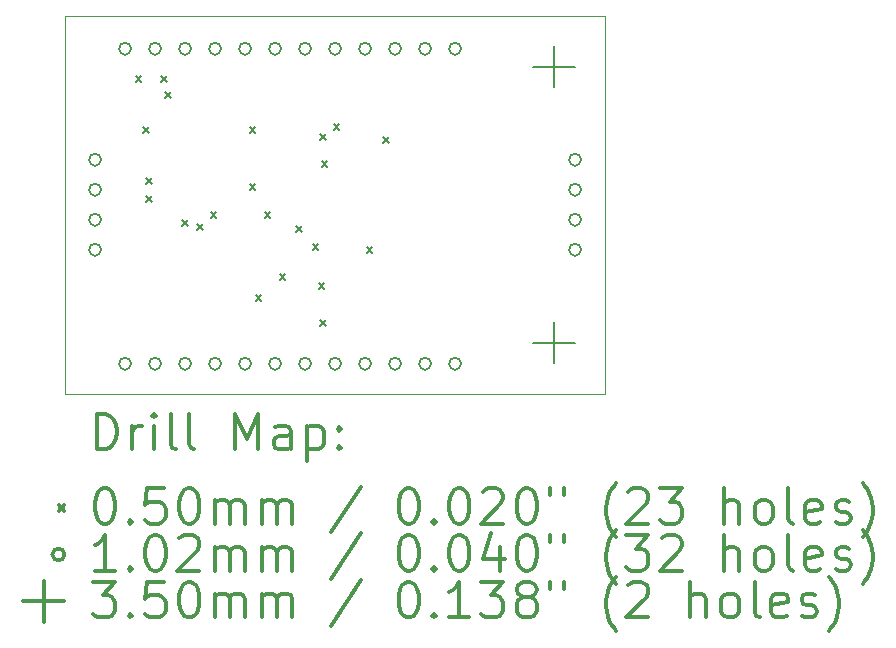
<source format=gbr>
%FSLAX45Y45*%
G04 Gerber Fmt 4.5, Leading zero omitted, Abs format (unit mm)*
G04 Created by KiCad (PCBNEW (2015-01-16 BZR 5376)-product) date 25/06/2015 00:14:32*
%MOMM*%
G01*
G04 APERTURE LIST*
%ADD10C,0.127000*%
%ADD11C,0.099060*%
%ADD12C,0.200000*%
%ADD13C,0.300000*%
G04 APERTURE END LIST*
D10*
D11*
X12954000Y-7493000D02*
X8382000Y-7493000D01*
X9093200Y-4292600D02*
X12954000Y-4292600D01*
X8382000Y-4292600D02*
X9093200Y-4292600D01*
X8382000Y-4292600D02*
X8382000Y-7493000D01*
X12954000Y-7493000D02*
X12954000Y-4292600D01*
D12*
X8979281Y-4800981D02*
X9029319Y-4851019D01*
X9029319Y-4800981D02*
X8979281Y-4851019D01*
X9042781Y-5232781D02*
X9092819Y-5282819D01*
X9092819Y-5232781D02*
X9042781Y-5282819D01*
X9068181Y-5664581D02*
X9118219Y-5714619D01*
X9118219Y-5664581D02*
X9068181Y-5714619D01*
X9068181Y-5816981D02*
X9118219Y-5867019D01*
X9118219Y-5816981D02*
X9068181Y-5867019D01*
X9195181Y-4800981D02*
X9245219Y-4851019D01*
X9245219Y-4800981D02*
X9195181Y-4851019D01*
X9232081Y-4941881D02*
X9282119Y-4991919D01*
X9282119Y-4941881D02*
X9232081Y-4991919D01*
X9372981Y-6020181D02*
X9423019Y-6070219D01*
X9423019Y-6020181D02*
X9372981Y-6070219D01*
X9499981Y-6058281D02*
X9550019Y-6108319D01*
X9550019Y-6058281D02*
X9499981Y-6108319D01*
X9614281Y-5956681D02*
X9664319Y-6006719D01*
X9664319Y-5956681D02*
X9614281Y-6006719D01*
X9944481Y-5232781D02*
X9994519Y-5282819D01*
X9994519Y-5232781D02*
X9944481Y-5282819D01*
X9944481Y-5715381D02*
X9994519Y-5765419D01*
X9994519Y-5715381D02*
X9944481Y-5765419D01*
X9995281Y-6655181D02*
X10045319Y-6705219D01*
X10045319Y-6655181D02*
X9995281Y-6705219D01*
X10071481Y-5956681D02*
X10121519Y-6006719D01*
X10121519Y-5956681D02*
X10071481Y-6006719D01*
X10198481Y-6477381D02*
X10248519Y-6527419D01*
X10248519Y-6477381D02*
X10198481Y-6527419D01*
X10338181Y-6070981D02*
X10388219Y-6121019D01*
X10388219Y-6070981D02*
X10338181Y-6121019D01*
X10477881Y-6223381D02*
X10527919Y-6273419D01*
X10527919Y-6223381D02*
X10477881Y-6273419D01*
X10528681Y-6553581D02*
X10578719Y-6603619D01*
X10578719Y-6553581D02*
X10528681Y-6603619D01*
X10541381Y-5296281D02*
X10591419Y-5346319D01*
X10591419Y-5296281D02*
X10541381Y-5346319D01*
X10541381Y-6871081D02*
X10591419Y-6921119D01*
X10591419Y-6871081D02*
X10541381Y-6921119D01*
X10554081Y-5524881D02*
X10604119Y-5574919D01*
X10604119Y-5524881D02*
X10554081Y-5574919D01*
X10655681Y-5207381D02*
X10705719Y-5257419D01*
X10705719Y-5207381D02*
X10655681Y-5257419D01*
X10935081Y-6248781D02*
X10985119Y-6298819D01*
X10985119Y-6248781D02*
X10935081Y-6298819D01*
X11074781Y-5321681D02*
X11124819Y-5371719D01*
X11124819Y-5321681D02*
X11074781Y-5371719D01*
X8686800Y-5511800D02*
G75*
G03X8686800Y-5511800I-50800J0D01*
G01*
X8686800Y-5765800D02*
G75*
G03X8686800Y-5765800I-50800J0D01*
G01*
X8686800Y-6019800D02*
G75*
G03X8686800Y-6019800I-50800J0D01*
G01*
X8686800Y-6273800D02*
G75*
G03X8686800Y-6273800I-50800J0D01*
G01*
X8940800Y-4572000D02*
G75*
G03X8940800Y-4572000I-50800J0D01*
G01*
X8940800Y-7239000D02*
G75*
G03X8940800Y-7239000I-50800J0D01*
G01*
X9194800Y-4572000D02*
G75*
G03X9194800Y-4572000I-50800J0D01*
G01*
X9194800Y-7239000D02*
G75*
G03X9194800Y-7239000I-50800J0D01*
G01*
X9448800Y-4572000D02*
G75*
G03X9448800Y-4572000I-50800J0D01*
G01*
X9448800Y-7239000D02*
G75*
G03X9448800Y-7239000I-50800J0D01*
G01*
X9702800Y-4572000D02*
G75*
G03X9702800Y-4572000I-50800J0D01*
G01*
X9702800Y-7239000D02*
G75*
G03X9702800Y-7239000I-50800J0D01*
G01*
X9956800Y-4572000D02*
G75*
G03X9956800Y-4572000I-50800J0D01*
G01*
X9956800Y-7239000D02*
G75*
G03X9956800Y-7239000I-50800J0D01*
G01*
X10210800Y-4572000D02*
G75*
G03X10210800Y-4572000I-50800J0D01*
G01*
X10210800Y-7239000D02*
G75*
G03X10210800Y-7239000I-50800J0D01*
G01*
X10464800Y-4572000D02*
G75*
G03X10464800Y-4572000I-50800J0D01*
G01*
X10464800Y-7239000D02*
G75*
G03X10464800Y-7239000I-50800J0D01*
G01*
X10718800Y-4572000D02*
G75*
G03X10718800Y-4572000I-50800J0D01*
G01*
X10718800Y-7239000D02*
G75*
G03X10718800Y-7239000I-50800J0D01*
G01*
X10972800Y-4572000D02*
G75*
G03X10972800Y-4572000I-50800J0D01*
G01*
X10972800Y-7239000D02*
G75*
G03X10972800Y-7239000I-50800J0D01*
G01*
X11226800Y-4572000D02*
G75*
G03X11226800Y-4572000I-50800J0D01*
G01*
X11226800Y-7239000D02*
G75*
G03X11226800Y-7239000I-50800J0D01*
G01*
X11480800Y-4572000D02*
G75*
G03X11480800Y-4572000I-50800J0D01*
G01*
X11480800Y-7239000D02*
G75*
G03X11480800Y-7239000I-50800J0D01*
G01*
X11734800Y-4572000D02*
G75*
G03X11734800Y-4572000I-50800J0D01*
G01*
X11734800Y-7239000D02*
G75*
G03X11734800Y-7239000I-50800J0D01*
G01*
X12750800Y-5511800D02*
G75*
G03X12750800Y-5511800I-50800J0D01*
G01*
X12750800Y-5765800D02*
G75*
G03X12750800Y-5765800I-50800J0D01*
G01*
X12750800Y-6019800D02*
G75*
G03X12750800Y-6019800I-50800J0D01*
G01*
X12750800Y-6273800D02*
G75*
G03X12750800Y-6273800I-50800J0D01*
G01*
X12522200Y-4549400D02*
X12522200Y-4899400D01*
X12347200Y-4724400D02*
X12697200Y-4724400D01*
X12522200Y-6886200D02*
X12522200Y-7236200D01*
X12347200Y-7061200D02*
X12697200Y-7061200D01*
D13*
X8648476Y-7963667D02*
X8648476Y-7663667D01*
X8719904Y-7663667D01*
X8762761Y-7677953D01*
X8791333Y-7706524D01*
X8805618Y-7735096D01*
X8819904Y-7792239D01*
X8819904Y-7835096D01*
X8805618Y-7892239D01*
X8791333Y-7920810D01*
X8762761Y-7949382D01*
X8719904Y-7963667D01*
X8648476Y-7963667D01*
X8948476Y-7963667D02*
X8948476Y-7763667D01*
X8948476Y-7820810D02*
X8962761Y-7792239D01*
X8977047Y-7777953D01*
X9005618Y-7763667D01*
X9034190Y-7763667D01*
X9134190Y-7963667D02*
X9134190Y-7763667D01*
X9134190Y-7663667D02*
X9119904Y-7677953D01*
X9134190Y-7692239D01*
X9148476Y-7677953D01*
X9134190Y-7663667D01*
X9134190Y-7692239D01*
X9319904Y-7963667D02*
X9291333Y-7949382D01*
X9277047Y-7920810D01*
X9277047Y-7663667D01*
X9477047Y-7963667D02*
X9448476Y-7949382D01*
X9434190Y-7920810D01*
X9434190Y-7663667D01*
X9819904Y-7963667D02*
X9819904Y-7663667D01*
X9919904Y-7877953D01*
X10019904Y-7663667D01*
X10019904Y-7963667D01*
X10291333Y-7963667D02*
X10291333Y-7806524D01*
X10277047Y-7777953D01*
X10248476Y-7763667D01*
X10191333Y-7763667D01*
X10162761Y-7777953D01*
X10291333Y-7949382D02*
X10262761Y-7963667D01*
X10191333Y-7963667D01*
X10162761Y-7949382D01*
X10148476Y-7920810D01*
X10148476Y-7892239D01*
X10162761Y-7863667D01*
X10191333Y-7849382D01*
X10262761Y-7849382D01*
X10291333Y-7835096D01*
X10434190Y-7763667D02*
X10434190Y-8063667D01*
X10434190Y-7777953D02*
X10462761Y-7763667D01*
X10519904Y-7763667D01*
X10548476Y-7777953D01*
X10562761Y-7792239D01*
X10577047Y-7820810D01*
X10577047Y-7906524D01*
X10562761Y-7935096D01*
X10548476Y-7949382D01*
X10519904Y-7963667D01*
X10462761Y-7963667D01*
X10434190Y-7949382D01*
X10705618Y-7935096D02*
X10719904Y-7949382D01*
X10705618Y-7963667D01*
X10691333Y-7949382D01*
X10705618Y-7935096D01*
X10705618Y-7963667D01*
X10705618Y-7777953D02*
X10719904Y-7792239D01*
X10705618Y-7806524D01*
X10691333Y-7792239D01*
X10705618Y-7777953D01*
X10705618Y-7806524D01*
X8327009Y-8432934D02*
X8377047Y-8482972D01*
X8377047Y-8432934D02*
X8327009Y-8482972D01*
X8705618Y-8293667D02*
X8734190Y-8293667D01*
X8762761Y-8307953D01*
X8777047Y-8322239D01*
X8791333Y-8350810D01*
X8805618Y-8407953D01*
X8805618Y-8479382D01*
X8791333Y-8536525D01*
X8777047Y-8565096D01*
X8762761Y-8579382D01*
X8734190Y-8593667D01*
X8705618Y-8593667D01*
X8677047Y-8579382D01*
X8662761Y-8565096D01*
X8648476Y-8536525D01*
X8634190Y-8479382D01*
X8634190Y-8407953D01*
X8648476Y-8350810D01*
X8662761Y-8322239D01*
X8677047Y-8307953D01*
X8705618Y-8293667D01*
X8934190Y-8565096D02*
X8948476Y-8579382D01*
X8934190Y-8593667D01*
X8919904Y-8579382D01*
X8934190Y-8565096D01*
X8934190Y-8593667D01*
X9219904Y-8293667D02*
X9077047Y-8293667D01*
X9062761Y-8436525D01*
X9077047Y-8422239D01*
X9105618Y-8407953D01*
X9177047Y-8407953D01*
X9205618Y-8422239D01*
X9219904Y-8436525D01*
X9234190Y-8465096D01*
X9234190Y-8536525D01*
X9219904Y-8565096D01*
X9205618Y-8579382D01*
X9177047Y-8593667D01*
X9105618Y-8593667D01*
X9077047Y-8579382D01*
X9062761Y-8565096D01*
X9419904Y-8293667D02*
X9448476Y-8293667D01*
X9477047Y-8307953D01*
X9491333Y-8322239D01*
X9505618Y-8350810D01*
X9519904Y-8407953D01*
X9519904Y-8479382D01*
X9505618Y-8536525D01*
X9491333Y-8565096D01*
X9477047Y-8579382D01*
X9448476Y-8593667D01*
X9419904Y-8593667D01*
X9391333Y-8579382D01*
X9377047Y-8565096D01*
X9362761Y-8536525D01*
X9348476Y-8479382D01*
X9348476Y-8407953D01*
X9362761Y-8350810D01*
X9377047Y-8322239D01*
X9391333Y-8307953D01*
X9419904Y-8293667D01*
X9648476Y-8593667D02*
X9648476Y-8393667D01*
X9648476Y-8422239D02*
X9662761Y-8407953D01*
X9691333Y-8393667D01*
X9734190Y-8393667D01*
X9762761Y-8407953D01*
X9777047Y-8436525D01*
X9777047Y-8593667D01*
X9777047Y-8436525D02*
X9791333Y-8407953D01*
X9819904Y-8393667D01*
X9862761Y-8393667D01*
X9891333Y-8407953D01*
X9905618Y-8436525D01*
X9905618Y-8593667D01*
X10048476Y-8593667D02*
X10048476Y-8393667D01*
X10048476Y-8422239D02*
X10062761Y-8407953D01*
X10091333Y-8393667D01*
X10134190Y-8393667D01*
X10162761Y-8407953D01*
X10177047Y-8436525D01*
X10177047Y-8593667D01*
X10177047Y-8436525D02*
X10191333Y-8407953D01*
X10219904Y-8393667D01*
X10262761Y-8393667D01*
X10291333Y-8407953D01*
X10305618Y-8436525D01*
X10305618Y-8593667D01*
X10891333Y-8279382D02*
X10634190Y-8665096D01*
X11277047Y-8293667D02*
X11305618Y-8293667D01*
X11334190Y-8307953D01*
X11348475Y-8322239D01*
X11362761Y-8350810D01*
X11377047Y-8407953D01*
X11377047Y-8479382D01*
X11362761Y-8536525D01*
X11348475Y-8565096D01*
X11334190Y-8579382D01*
X11305618Y-8593667D01*
X11277047Y-8593667D01*
X11248475Y-8579382D01*
X11234190Y-8565096D01*
X11219904Y-8536525D01*
X11205618Y-8479382D01*
X11205618Y-8407953D01*
X11219904Y-8350810D01*
X11234190Y-8322239D01*
X11248475Y-8307953D01*
X11277047Y-8293667D01*
X11505618Y-8565096D02*
X11519904Y-8579382D01*
X11505618Y-8593667D01*
X11491333Y-8579382D01*
X11505618Y-8565096D01*
X11505618Y-8593667D01*
X11705618Y-8293667D02*
X11734190Y-8293667D01*
X11762761Y-8307953D01*
X11777047Y-8322239D01*
X11791332Y-8350810D01*
X11805618Y-8407953D01*
X11805618Y-8479382D01*
X11791332Y-8536525D01*
X11777047Y-8565096D01*
X11762761Y-8579382D01*
X11734190Y-8593667D01*
X11705618Y-8593667D01*
X11677047Y-8579382D01*
X11662761Y-8565096D01*
X11648475Y-8536525D01*
X11634190Y-8479382D01*
X11634190Y-8407953D01*
X11648475Y-8350810D01*
X11662761Y-8322239D01*
X11677047Y-8307953D01*
X11705618Y-8293667D01*
X11919904Y-8322239D02*
X11934190Y-8307953D01*
X11962761Y-8293667D01*
X12034190Y-8293667D01*
X12062761Y-8307953D01*
X12077047Y-8322239D01*
X12091332Y-8350810D01*
X12091332Y-8379382D01*
X12077047Y-8422239D01*
X11905618Y-8593667D01*
X12091332Y-8593667D01*
X12277047Y-8293667D02*
X12305618Y-8293667D01*
X12334190Y-8307953D01*
X12348475Y-8322239D01*
X12362761Y-8350810D01*
X12377047Y-8407953D01*
X12377047Y-8479382D01*
X12362761Y-8536525D01*
X12348475Y-8565096D01*
X12334190Y-8579382D01*
X12305618Y-8593667D01*
X12277047Y-8593667D01*
X12248475Y-8579382D01*
X12234190Y-8565096D01*
X12219904Y-8536525D01*
X12205618Y-8479382D01*
X12205618Y-8407953D01*
X12219904Y-8350810D01*
X12234190Y-8322239D01*
X12248475Y-8307953D01*
X12277047Y-8293667D01*
X12491333Y-8293667D02*
X12491333Y-8350810D01*
X12605618Y-8293667D02*
X12605618Y-8350810D01*
X13048475Y-8707953D02*
X13034190Y-8693667D01*
X13005618Y-8650810D01*
X12991332Y-8622239D01*
X12977047Y-8579382D01*
X12962761Y-8507953D01*
X12962761Y-8450810D01*
X12977047Y-8379382D01*
X12991332Y-8336524D01*
X13005618Y-8307953D01*
X13034190Y-8265096D01*
X13048475Y-8250810D01*
X13148475Y-8322239D02*
X13162761Y-8307953D01*
X13191332Y-8293667D01*
X13262761Y-8293667D01*
X13291332Y-8307953D01*
X13305618Y-8322239D01*
X13319904Y-8350810D01*
X13319904Y-8379382D01*
X13305618Y-8422239D01*
X13134190Y-8593667D01*
X13319904Y-8593667D01*
X13419904Y-8293667D02*
X13605618Y-8293667D01*
X13505618Y-8407953D01*
X13548475Y-8407953D01*
X13577047Y-8422239D01*
X13591332Y-8436525D01*
X13605618Y-8465096D01*
X13605618Y-8536525D01*
X13591332Y-8565096D01*
X13577047Y-8579382D01*
X13548475Y-8593667D01*
X13462761Y-8593667D01*
X13434190Y-8579382D01*
X13419904Y-8565096D01*
X13962761Y-8593667D02*
X13962761Y-8293667D01*
X14091332Y-8593667D02*
X14091332Y-8436525D01*
X14077047Y-8407953D01*
X14048475Y-8393667D01*
X14005618Y-8393667D01*
X13977047Y-8407953D01*
X13962761Y-8422239D01*
X14277047Y-8593667D02*
X14248475Y-8579382D01*
X14234190Y-8565096D01*
X14219904Y-8536525D01*
X14219904Y-8450810D01*
X14234190Y-8422239D01*
X14248475Y-8407953D01*
X14277047Y-8393667D01*
X14319904Y-8393667D01*
X14348475Y-8407953D01*
X14362761Y-8422239D01*
X14377047Y-8450810D01*
X14377047Y-8536525D01*
X14362761Y-8565096D01*
X14348475Y-8579382D01*
X14319904Y-8593667D01*
X14277047Y-8593667D01*
X14548475Y-8593667D02*
X14519904Y-8579382D01*
X14505618Y-8550810D01*
X14505618Y-8293667D01*
X14777047Y-8579382D02*
X14748475Y-8593667D01*
X14691333Y-8593667D01*
X14662761Y-8579382D01*
X14648475Y-8550810D01*
X14648475Y-8436525D01*
X14662761Y-8407953D01*
X14691333Y-8393667D01*
X14748475Y-8393667D01*
X14777047Y-8407953D01*
X14791333Y-8436525D01*
X14791333Y-8465096D01*
X14648475Y-8493667D01*
X14905618Y-8579382D02*
X14934190Y-8593667D01*
X14991333Y-8593667D01*
X15019904Y-8579382D01*
X15034190Y-8550810D01*
X15034190Y-8536525D01*
X15019904Y-8507953D01*
X14991333Y-8493667D01*
X14948475Y-8493667D01*
X14919904Y-8479382D01*
X14905618Y-8450810D01*
X14905618Y-8436525D01*
X14919904Y-8407953D01*
X14948475Y-8393667D01*
X14991333Y-8393667D01*
X15019904Y-8407953D01*
X15134190Y-8707953D02*
X15148475Y-8693667D01*
X15177047Y-8650810D01*
X15191333Y-8622239D01*
X15205618Y-8579382D01*
X15219904Y-8507953D01*
X15219904Y-8450810D01*
X15205618Y-8379382D01*
X15191333Y-8336524D01*
X15177047Y-8307953D01*
X15148475Y-8265096D01*
X15134190Y-8250810D01*
X8377047Y-8853953D02*
G75*
G03X8377047Y-8853953I-50800J0D01*
G01*
X8805618Y-8989667D02*
X8634190Y-8989667D01*
X8719904Y-8989667D02*
X8719904Y-8689667D01*
X8691333Y-8732525D01*
X8662761Y-8761096D01*
X8634190Y-8775382D01*
X8934190Y-8961096D02*
X8948476Y-8975382D01*
X8934190Y-8989667D01*
X8919904Y-8975382D01*
X8934190Y-8961096D01*
X8934190Y-8989667D01*
X9134190Y-8689667D02*
X9162761Y-8689667D01*
X9191333Y-8703953D01*
X9205618Y-8718239D01*
X9219904Y-8746810D01*
X9234190Y-8803953D01*
X9234190Y-8875382D01*
X9219904Y-8932525D01*
X9205618Y-8961096D01*
X9191333Y-8975382D01*
X9162761Y-8989667D01*
X9134190Y-8989667D01*
X9105618Y-8975382D01*
X9091333Y-8961096D01*
X9077047Y-8932525D01*
X9062761Y-8875382D01*
X9062761Y-8803953D01*
X9077047Y-8746810D01*
X9091333Y-8718239D01*
X9105618Y-8703953D01*
X9134190Y-8689667D01*
X9348476Y-8718239D02*
X9362761Y-8703953D01*
X9391333Y-8689667D01*
X9462761Y-8689667D01*
X9491333Y-8703953D01*
X9505618Y-8718239D01*
X9519904Y-8746810D01*
X9519904Y-8775382D01*
X9505618Y-8818239D01*
X9334190Y-8989667D01*
X9519904Y-8989667D01*
X9648476Y-8989667D02*
X9648476Y-8789667D01*
X9648476Y-8818239D02*
X9662761Y-8803953D01*
X9691333Y-8789667D01*
X9734190Y-8789667D01*
X9762761Y-8803953D01*
X9777047Y-8832525D01*
X9777047Y-8989667D01*
X9777047Y-8832525D02*
X9791333Y-8803953D01*
X9819904Y-8789667D01*
X9862761Y-8789667D01*
X9891333Y-8803953D01*
X9905618Y-8832525D01*
X9905618Y-8989667D01*
X10048476Y-8989667D02*
X10048476Y-8789667D01*
X10048476Y-8818239D02*
X10062761Y-8803953D01*
X10091333Y-8789667D01*
X10134190Y-8789667D01*
X10162761Y-8803953D01*
X10177047Y-8832525D01*
X10177047Y-8989667D01*
X10177047Y-8832525D02*
X10191333Y-8803953D01*
X10219904Y-8789667D01*
X10262761Y-8789667D01*
X10291333Y-8803953D01*
X10305618Y-8832525D01*
X10305618Y-8989667D01*
X10891333Y-8675382D02*
X10634190Y-9061096D01*
X11277047Y-8689667D02*
X11305618Y-8689667D01*
X11334190Y-8703953D01*
X11348475Y-8718239D01*
X11362761Y-8746810D01*
X11377047Y-8803953D01*
X11377047Y-8875382D01*
X11362761Y-8932525D01*
X11348475Y-8961096D01*
X11334190Y-8975382D01*
X11305618Y-8989667D01*
X11277047Y-8989667D01*
X11248475Y-8975382D01*
X11234190Y-8961096D01*
X11219904Y-8932525D01*
X11205618Y-8875382D01*
X11205618Y-8803953D01*
X11219904Y-8746810D01*
X11234190Y-8718239D01*
X11248475Y-8703953D01*
X11277047Y-8689667D01*
X11505618Y-8961096D02*
X11519904Y-8975382D01*
X11505618Y-8989667D01*
X11491333Y-8975382D01*
X11505618Y-8961096D01*
X11505618Y-8989667D01*
X11705618Y-8689667D02*
X11734190Y-8689667D01*
X11762761Y-8703953D01*
X11777047Y-8718239D01*
X11791332Y-8746810D01*
X11805618Y-8803953D01*
X11805618Y-8875382D01*
X11791332Y-8932525D01*
X11777047Y-8961096D01*
X11762761Y-8975382D01*
X11734190Y-8989667D01*
X11705618Y-8989667D01*
X11677047Y-8975382D01*
X11662761Y-8961096D01*
X11648475Y-8932525D01*
X11634190Y-8875382D01*
X11634190Y-8803953D01*
X11648475Y-8746810D01*
X11662761Y-8718239D01*
X11677047Y-8703953D01*
X11705618Y-8689667D01*
X12062761Y-8789667D02*
X12062761Y-8989667D01*
X11991332Y-8675382D02*
X11919904Y-8889667D01*
X12105618Y-8889667D01*
X12277047Y-8689667D02*
X12305618Y-8689667D01*
X12334190Y-8703953D01*
X12348475Y-8718239D01*
X12362761Y-8746810D01*
X12377047Y-8803953D01*
X12377047Y-8875382D01*
X12362761Y-8932525D01*
X12348475Y-8961096D01*
X12334190Y-8975382D01*
X12305618Y-8989667D01*
X12277047Y-8989667D01*
X12248475Y-8975382D01*
X12234190Y-8961096D01*
X12219904Y-8932525D01*
X12205618Y-8875382D01*
X12205618Y-8803953D01*
X12219904Y-8746810D01*
X12234190Y-8718239D01*
X12248475Y-8703953D01*
X12277047Y-8689667D01*
X12491333Y-8689667D02*
X12491333Y-8746810D01*
X12605618Y-8689667D02*
X12605618Y-8746810D01*
X13048475Y-9103953D02*
X13034190Y-9089667D01*
X13005618Y-9046810D01*
X12991332Y-9018239D01*
X12977047Y-8975382D01*
X12962761Y-8903953D01*
X12962761Y-8846810D01*
X12977047Y-8775382D01*
X12991332Y-8732525D01*
X13005618Y-8703953D01*
X13034190Y-8661096D01*
X13048475Y-8646810D01*
X13134190Y-8689667D02*
X13319904Y-8689667D01*
X13219904Y-8803953D01*
X13262761Y-8803953D01*
X13291332Y-8818239D01*
X13305618Y-8832525D01*
X13319904Y-8861096D01*
X13319904Y-8932525D01*
X13305618Y-8961096D01*
X13291332Y-8975382D01*
X13262761Y-8989667D01*
X13177047Y-8989667D01*
X13148475Y-8975382D01*
X13134190Y-8961096D01*
X13434190Y-8718239D02*
X13448475Y-8703953D01*
X13477047Y-8689667D01*
X13548475Y-8689667D01*
X13577047Y-8703953D01*
X13591332Y-8718239D01*
X13605618Y-8746810D01*
X13605618Y-8775382D01*
X13591332Y-8818239D01*
X13419904Y-8989667D01*
X13605618Y-8989667D01*
X13962761Y-8989667D02*
X13962761Y-8689667D01*
X14091332Y-8989667D02*
X14091332Y-8832525D01*
X14077047Y-8803953D01*
X14048475Y-8789667D01*
X14005618Y-8789667D01*
X13977047Y-8803953D01*
X13962761Y-8818239D01*
X14277047Y-8989667D02*
X14248475Y-8975382D01*
X14234190Y-8961096D01*
X14219904Y-8932525D01*
X14219904Y-8846810D01*
X14234190Y-8818239D01*
X14248475Y-8803953D01*
X14277047Y-8789667D01*
X14319904Y-8789667D01*
X14348475Y-8803953D01*
X14362761Y-8818239D01*
X14377047Y-8846810D01*
X14377047Y-8932525D01*
X14362761Y-8961096D01*
X14348475Y-8975382D01*
X14319904Y-8989667D01*
X14277047Y-8989667D01*
X14548475Y-8989667D02*
X14519904Y-8975382D01*
X14505618Y-8946810D01*
X14505618Y-8689667D01*
X14777047Y-8975382D02*
X14748475Y-8989667D01*
X14691333Y-8989667D01*
X14662761Y-8975382D01*
X14648475Y-8946810D01*
X14648475Y-8832525D01*
X14662761Y-8803953D01*
X14691333Y-8789667D01*
X14748475Y-8789667D01*
X14777047Y-8803953D01*
X14791333Y-8832525D01*
X14791333Y-8861096D01*
X14648475Y-8889667D01*
X14905618Y-8975382D02*
X14934190Y-8989667D01*
X14991333Y-8989667D01*
X15019904Y-8975382D01*
X15034190Y-8946810D01*
X15034190Y-8932525D01*
X15019904Y-8903953D01*
X14991333Y-8889667D01*
X14948475Y-8889667D01*
X14919904Y-8875382D01*
X14905618Y-8846810D01*
X14905618Y-8832525D01*
X14919904Y-8803953D01*
X14948475Y-8789667D01*
X14991333Y-8789667D01*
X15019904Y-8803953D01*
X15134190Y-9103953D02*
X15148475Y-9089667D01*
X15177047Y-9046810D01*
X15191333Y-9018239D01*
X15205618Y-8975382D01*
X15219904Y-8903953D01*
X15219904Y-8846810D01*
X15205618Y-8775382D01*
X15191333Y-8732525D01*
X15177047Y-8703953D01*
X15148475Y-8661096D01*
X15134190Y-8646810D01*
X8202047Y-9074953D02*
X8202047Y-9424953D01*
X8027047Y-9249953D02*
X8377047Y-9249953D01*
X8619904Y-9085667D02*
X8805618Y-9085667D01*
X8705618Y-9199953D01*
X8748476Y-9199953D01*
X8777047Y-9214239D01*
X8791333Y-9228525D01*
X8805618Y-9257096D01*
X8805618Y-9328525D01*
X8791333Y-9357096D01*
X8777047Y-9371382D01*
X8748476Y-9385667D01*
X8662761Y-9385667D01*
X8634190Y-9371382D01*
X8619904Y-9357096D01*
X8934190Y-9357096D02*
X8948476Y-9371382D01*
X8934190Y-9385667D01*
X8919904Y-9371382D01*
X8934190Y-9357096D01*
X8934190Y-9385667D01*
X9219904Y-9085667D02*
X9077047Y-9085667D01*
X9062761Y-9228525D01*
X9077047Y-9214239D01*
X9105618Y-9199953D01*
X9177047Y-9199953D01*
X9205618Y-9214239D01*
X9219904Y-9228525D01*
X9234190Y-9257096D01*
X9234190Y-9328525D01*
X9219904Y-9357096D01*
X9205618Y-9371382D01*
X9177047Y-9385667D01*
X9105618Y-9385667D01*
X9077047Y-9371382D01*
X9062761Y-9357096D01*
X9419904Y-9085667D02*
X9448476Y-9085667D01*
X9477047Y-9099953D01*
X9491333Y-9114239D01*
X9505618Y-9142810D01*
X9519904Y-9199953D01*
X9519904Y-9271382D01*
X9505618Y-9328525D01*
X9491333Y-9357096D01*
X9477047Y-9371382D01*
X9448476Y-9385667D01*
X9419904Y-9385667D01*
X9391333Y-9371382D01*
X9377047Y-9357096D01*
X9362761Y-9328525D01*
X9348476Y-9271382D01*
X9348476Y-9199953D01*
X9362761Y-9142810D01*
X9377047Y-9114239D01*
X9391333Y-9099953D01*
X9419904Y-9085667D01*
X9648476Y-9385667D02*
X9648476Y-9185667D01*
X9648476Y-9214239D02*
X9662761Y-9199953D01*
X9691333Y-9185667D01*
X9734190Y-9185667D01*
X9762761Y-9199953D01*
X9777047Y-9228525D01*
X9777047Y-9385667D01*
X9777047Y-9228525D02*
X9791333Y-9199953D01*
X9819904Y-9185667D01*
X9862761Y-9185667D01*
X9891333Y-9199953D01*
X9905618Y-9228525D01*
X9905618Y-9385667D01*
X10048476Y-9385667D02*
X10048476Y-9185667D01*
X10048476Y-9214239D02*
X10062761Y-9199953D01*
X10091333Y-9185667D01*
X10134190Y-9185667D01*
X10162761Y-9199953D01*
X10177047Y-9228525D01*
X10177047Y-9385667D01*
X10177047Y-9228525D02*
X10191333Y-9199953D01*
X10219904Y-9185667D01*
X10262761Y-9185667D01*
X10291333Y-9199953D01*
X10305618Y-9228525D01*
X10305618Y-9385667D01*
X10891333Y-9071382D02*
X10634190Y-9457096D01*
X11277047Y-9085667D02*
X11305618Y-9085667D01*
X11334190Y-9099953D01*
X11348475Y-9114239D01*
X11362761Y-9142810D01*
X11377047Y-9199953D01*
X11377047Y-9271382D01*
X11362761Y-9328525D01*
X11348475Y-9357096D01*
X11334190Y-9371382D01*
X11305618Y-9385667D01*
X11277047Y-9385667D01*
X11248475Y-9371382D01*
X11234190Y-9357096D01*
X11219904Y-9328525D01*
X11205618Y-9271382D01*
X11205618Y-9199953D01*
X11219904Y-9142810D01*
X11234190Y-9114239D01*
X11248475Y-9099953D01*
X11277047Y-9085667D01*
X11505618Y-9357096D02*
X11519904Y-9371382D01*
X11505618Y-9385667D01*
X11491333Y-9371382D01*
X11505618Y-9357096D01*
X11505618Y-9385667D01*
X11805618Y-9385667D02*
X11634190Y-9385667D01*
X11719904Y-9385667D02*
X11719904Y-9085667D01*
X11691332Y-9128525D01*
X11662761Y-9157096D01*
X11634190Y-9171382D01*
X11905618Y-9085667D02*
X12091332Y-9085667D01*
X11991332Y-9199953D01*
X12034190Y-9199953D01*
X12062761Y-9214239D01*
X12077047Y-9228525D01*
X12091332Y-9257096D01*
X12091332Y-9328525D01*
X12077047Y-9357096D01*
X12062761Y-9371382D01*
X12034190Y-9385667D01*
X11948475Y-9385667D01*
X11919904Y-9371382D01*
X11905618Y-9357096D01*
X12262761Y-9214239D02*
X12234190Y-9199953D01*
X12219904Y-9185667D01*
X12205618Y-9157096D01*
X12205618Y-9142810D01*
X12219904Y-9114239D01*
X12234190Y-9099953D01*
X12262761Y-9085667D01*
X12319904Y-9085667D01*
X12348475Y-9099953D01*
X12362761Y-9114239D01*
X12377047Y-9142810D01*
X12377047Y-9157096D01*
X12362761Y-9185667D01*
X12348475Y-9199953D01*
X12319904Y-9214239D01*
X12262761Y-9214239D01*
X12234190Y-9228525D01*
X12219904Y-9242810D01*
X12205618Y-9271382D01*
X12205618Y-9328525D01*
X12219904Y-9357096D01*
X12234190Y-9371382D01*
X12262761Y-9385667D01*
X12319904Y-9385667D01*
X12348475Y-9371382D01*
X12362761Y-9357096D01*
X12377047Y-9328525D01*
X12377047Y-9271382D01*
X12362761Y-9242810D01*
X12348475Y-9228525D01*
X12319904Y-9214239D01*
X12491333Y-9085667D02*
X12491333Y-9142810D01*
X12605618Y-9085667D02*
X12605618Y-9142810D01*
X13048475Y-9499953D02*
X13034190Y-9485667D01*
X13005618Y-9442810D01*
X12991332Y-9414239D01*
X12977047Y-9371382D01*
X12962761Y-9299953D01*
X12962761Y-9242810D01*
X12977047Y-9171382D01*
X12991332Y-9128525D01*
X13005618Y-9099953D01*
X13034190Y-9057096D01*
X13048475Y-9042810D01*
X13148475Y-9114239D02*
X13162761Y-9099953D01*
X13191332Y-9085667D01*
X13262761Y-9085667D01*
X13291332Y-9099953D01*
X13305618Y-9114239D01*
X13319904Y-9142810D01*
X13319904Y-9171382D01*
X13305618Y-9214239D01*
X13134190Y-9385667D01*
X13319904Y-9385667D01*
X13677047Y-9385667D02*
X13677047Y-9085667D01*
X13805618Y-9385667D02*
X13805618Y-9228525D01*
X13791332Y-9199953D01*
X13762761Y-9185667D01*
X13719904Y-9185667D01*
X13691332Y-9199953D01*
X13677047Y-9214239D01*
X13991332Y-9385667D02*
X13962761Y-9371382D01*
X13948475Y-9357096D01*
X13934190Y-9328525D01*
X13934190Y-9242810D01*
X13948475Y-9214239D01*
X13962761Y-9199953D01*
X13991332Y-9185667D01*
X14034190Y-9185667D01*
X14062761Y-9199953D01*
X14077047Y-9214239D01*
X14091332Y-9242810D01*
X14091332Y-9328525D01*
X14077047Y-9357096D01*
X14062761Y-9371382D01*
X14034190Y-9385667D01*
X13991332Y-9385667D01*
X14262761Y-9385667D02*
X14234190Y-9371382D01*
X14219904Y-9342810D01*
X14219904Y-9085667D01*
X14491333Y-9371382D02*
X14462761Y-9385667D01*
X14405618Y-9385667D01*
X14377047Y-9371382D01*
X14362761Y-9342810D01*
X14362761Y-9228525D01*
X14377047Y-9199953D01*
X14405618Y-9185667D01*
X14462761Y-9185667D01*
X14491333Y-9199953D01*
X14505618Y-9228525D01*
X14505618Y-9257096D01*
X14362761Y-9285667D01*
X14619904Y-9371382D02*
X14648475Y-9385667D01*
X14705618Y-9385667D01*
X14734190Y-9371382D01*
X14748475Y-9342810D01*
X14748475Y-9328525D01*
X14734190Y-9299953D01*
X14705618Y-9285667D01*
X14662761Y-9285667D01*
X14634190Y-9271382D01*
X14619904Y-9242810D01*
X14619904Y-9228525D01*
X14634190Y-9199953D01*
X14662761Y-9185667D01*
X14705618Y-9185667D01*
X14734190Y-9199953D01*
X14848475Y-9499953D02*
X14862761Y-9485667D01*
X14891333Y-9442810D01*
X14905618Y-9414239D01*
X14919904Y-9371382D01*
X14934190Y-9299953D01*
X14934190Y-9242810D01*
X14919904Y-9171382D01*
X14905618Y-9128525D01*
X14891333Y-9099953D01*
X14862761Y-9057096D01*
X14848475Y-9042810D01*
M02*

</source>
